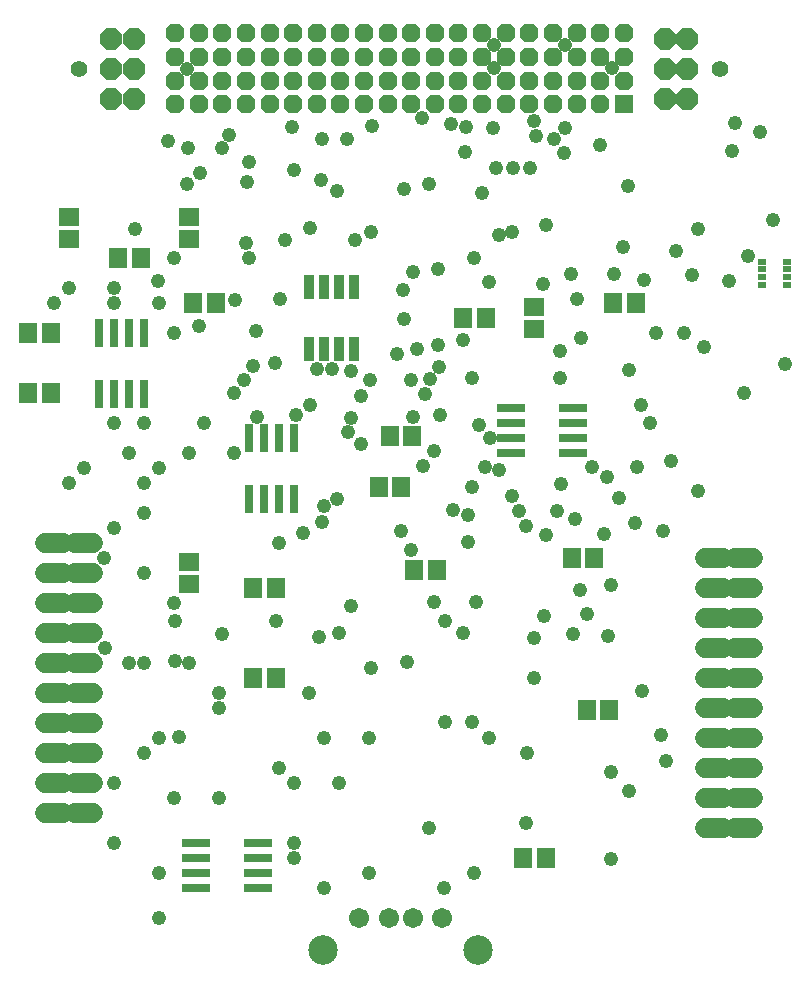
<source format=gts>
G75*
%MOIN*%
%OFA0B0*%
%FSLAX25Y25*%
%IPPOS*%
%LPD*%
%AMOC8*
5,1,8,0,0,1.08239X$1,22.5*
%
%ADD10R,0.03200X0.08300*%
%ADD11C,0.06800*%
%ADD12C,0.05524*%
%ADD13OC8,0.07296*%
%ADD14R,0.06186X0.06186*%
%ADD15OC8,0.06186*%
%ADD16R,0.05918X0.06706*%
%ADD17R,0.06706X0.05918*%
%ADD18R,0.03162X0.09461*%
%ADD19R,0.09461X0.03162*%
%ADD20R,0.02769X0.02178*%
%ADD21C,0.06737*%
%ADD22C,0.09855*%
%ADD23C,0.04762*%
D10*
X0130000Y0245650D03*
X0135000Y0245650D03*
X0140000Y0245650D03*
X0145000Y0245650D03*
X0145000Y0266250D03*
X0140000Y0266250D03*
X0135000Y0266250D03*
X0130000Y0266250D03*
D11*
X0058000Y0180950D02*
X0052000Y0180950D01*
X0048000Y0180950D02*
X0042000Y0180950D01*
X0042000Y0170950D02*
X0048000Y0170950D01*
X0052000Y0170950D02*
X0058000Y0170950D01*
X0058000Y0160950D02*
X0052000Y0160950D01*
X0048000Y0160950D02*
X0042000Y0160950D01*
X0042000Y0150950D02*
X0048000Y0150950D01*
X0052000Y0150950D02*
X0058000Y0150950D01*
X0058000Y0140950D02*
X0052000Y0140950D01*
X0048000Y0140950D02*
X0042000Y0140950D01*
X0042000Y0130950D02*
X0048000Y0130950D01*
X0052000Y0130950D02*
X0058000Y0130950D01*
X0058000Y0120950D02*
X0052000Y0120950D01*
X0048000Y0120950D02*
X0042000Y0120950D01*
X0042000Y0110950D02*
X0048000Y0110950D01*
X0052000Y0110950D02*
X0058000Y0110950D01*
X0058000Y0100950D02*
X0052000Y0100950D01*
X0048000Y0100950D02*
X0042000Y0100950D01*
X0042000Y0090950D02*
X0048000Y0090950D01*
X0052000Y0090950D02*
X0058000Y0090950D01*
X0262000Y0085950D02*
X0268000Y0085950D01*
X0272000Y0085950D02*
X0278000Y0085950D01*
X0278000Y0095950D02*
X0272000Y0095950D01*
X0268000Y0095950D02*
X0262000Y0095950D01*
X0262000Y0105950D02*
X0268000Y0105950D01*
X0272000Y0105950D02*
X0278000Y0105950D01*
X0278000Y0115950D02*
X0272000Y0115950D01*
X0268000Y0115950D02*
X0262000Y0115950D01*
X0262000Y0125950D02*
X0268000Y0125950D01*
X0272000Y0125950D02*
X0278000Y0125950D01*
X0278000Y0135950D02*
X0272000Y0135950D01*
X0268000Y0135950D02*
X0262000Y0135950D01*
X0262000Y0145950D02*
X0268000Y0145950D01*
X0272000Y0145950D02*
X0278000Y0145950D01*
X0278000Y0155950D02*
X0272000Y0155950D01*
X0268000Y0155950D02*
X0262000Y0155950D01*
X0262000Y0165950D02*
X0268000Y0165950D01*
X0272000Y0165950D02*
X0278000Y0165950D01*
X0278000Y0175950D02*
X0272000Y0175950D01*
X0268000Y0175950D02*
X0262000Y0175950D01*
D12*
X0266870Y0338942D03*
X0053130Y0338942D03*
D13*
X0063996Y0339060D03*
X0063996Y0329060D03*
X0071398Y0329060D03*
X0071398Y0339060D03*
X0071398Y0349060D03*
X0063996Y0349060D03*
X0248602Y0349056D03*
X0256004Y0349056D03*
X0256004Y0339056D03*
X0256004Y0329056D03*
X0248602Y0329056D03*
X0248602Y0339056D03*
D14*
X0234803Y0327249D03*
D15*
X0234803Y0335123D03*
X0226929Y0335123D03*
X0226929Y0327249D03*
X0219055Y0327249D03*
X0219055Y0335123D03*
X0211181Y0335123D03*
X0211181Y0327249D03*
X0203307Y0327249D03*
X0195433Y0327249D03*
X0195433Y0335123D03*
X0203307Y0335123D03*
X0203307Y0342997D03*
X0195433Y0342997D03*
X0195433Y0350871D03*
X0203307Y0350871D03*
X0211181Y0350871D03*
X0211181Y0342997D03*
X0219055Y0342997D03*
X0226929Y0342997D03*
X0226929Y0350871D03*
X0219055Y0350871D03*
X0234803Y0350871D03*
X0234803Y0342997D03*
X0187559Y0342997D03*
X0179685Y0342997D03*
X0179685Y0350871D03*
X0187559Y0350871D03*
X0187559Y0335123D03*
X0187559Y0327249D03*
X0179685Y0327249D03*
X0179685Y0335123D03*
X0171811Y0335123D03*
X0171811Y0327249D03*
X0163937Y0327249D03*
X0163937Y0335123D03*
X0156063Y0335123D03*
X0156063Y0327249D03*
X0148189Y0327249D03*
X0148189Y0335123D03*
X0140315Y0335123D03*
X0140315Y0327249D03*
X0132441Y0327249D03*
X0132441Y0335123D03*
X0124567Y0335123D03*
X0124567Y0327249D03*
X0116693Y0327249D03*
X0108819Y0327249D03*
X0108819Y0335123D03*
X0116693Y0335123D03*
X0116693Y0342997D03*
X0124567Y0342997D03*
X0124567Y0350871D03*
X0116693Y0350871D03*
X0108819Y0350871D03*
X0108819Y0342997D03*
X0100945Y0342997D03*
X0093071Y0342997D03*
X0093071Y0350871D03*
X0100945Y0350871D03*
X0100945Y0335123D03*
X0100945Y0327249D03*
X0093071Y0327249D03*
X0093071Y0335123D03*
X0085197Y0335123D03*
X0085197Y0327249D03*
X0085197Y0342997D03*
X0085197Y0350871D03*
X0132441Y0350871D03*
X0132441Y0342997D03*
X0140315Y0342997D03*
X0140315Y0350871D03*
X0148189Y0350871D03*
X0148189Y0342997D03*
X0156063Y0342997D03*
X0156063Y0350871D03*
X0163937Y0350871D03*
X0163937Y0342997D03*
X0171811Y0342997D03*
X0171811Y0350871D03*
D16*
X0231260Y0260950D03*
X0238740Y0260950D03*
X0188740Y0255950D03*
X0181260Y0255950D03*
X0164190Y0216850D03*
X0156710Y0216850D03*
X0153110Y0199825D03*
X0160590Y0199825D03*
X0164910Y0172075D03*
X0172390Y0172075D03*
X0217435Y0176175D03*
X0224915Y0176175D03*
X0222535Y0125500D03*
X0230015Y0125500D03*
X0208740Y0075950D03*
X0201260Y0075950D03*
X0118740Y0135950D03*
X0111260Y0135950D03*
X0111260Y0165950D03*
X0118740Y0165950D03*
X0043740Y0230950D03*
X0036260Y0230950D03*
X0036260Y0250950D03*
X0043740Y0250950D03*
X0066260Y0275950D03*
X0073740Y0275950D03*
X0091260Y0260950D03*
X0098740Y0260950D03*
D17*
X0090000Y0282210D03*
X0090000Y0289690D03*
X0050000Y0289690D03*
X0050000Y0282210D03*
X0090000Y0174690D03*
X0090000Y0167210D03*
X0205000Y0252210D03*
X0205000Y0259690D03*
D18*
X0125000Y0216186D03*
X0120000Y0216186D03*
X0115000Y0216186D03*
X0110000Y0216186D03*
X0110000Y0195714D03*
X0115000Y0195714D03*
X0120000Y0195714D03*
X0125000Y0195714D03*
X0075000Y0230714D03*
X0070000Y0230714D03*
X0065000Y0230714D03*
X0060000Y0230714D03*
X0060000Y0251186D03*
X0065000Y0251186D03*
X0070000Y0251186D03*
X0075000Y0251186D03*
D19*
X0197264Y0225950D03*
X0197264Y0220950D03*
X0197264Y0215950D03*
X0197264Y0210950D03*
X0217736Y0210950D03*
X0217736Y0215950D03*
X0217736Y0220950D03*
X0217736Y0225950D03*
X0112736Y0080950D03*
X0112736Y0075950D03*
X0112736Y0070950D03*
X0112736Y0065950D03*
X0092264Y0065950D03*
X0092264Y0070950D03*
X0092264Y0075950D03*
X0092264Y0080950D03*
D20*
X0280965Y0267111D03*
X0280965Y0269670D03*
X0280965Y0272230D03*
X0280965Y0274789D03*
X0289035Y0274789D03*
X0289035Y0272230D03*
X0289035Y0269670D03*
X0289035Y0267111D03*
D21*
X0174230Y0056142D03*
X0164387Y0056142D03*
X0156513Y0056142D03*
X0146670Y0056142D03*
D22*
X0134584Y0045472D03*
X0186316Y0045472D03*
D23*
X0065000Y0080950D03*
X0080000Y0070950D03*
X0080000Y0055950D03*
X0085000Y0095950D03*
X0075000Y0110950D03*
X0080000Y0115950D03*
X0086375Y0116275D03*
X0100000Y0125950D03*
X0100000Y0130950D03*
X0090000Y0140950D03*
X0085250Y0141700D03*
X0075000Y0140950D03*
X0070000Y0140950D03*
X0061800Y0145950D03*
X0085250Y0155200D03*
X0085000Y0160950D03*
X0075000Y0170950D03*
X0061575Y0175950D03*
X0065000Y0185950D03*
X0075000Y0190950D03*
X0075000Y0200950D03*
X0080000Y0205950D03*
X0090000Y0210950D03*
X0095000Y0220950D03*
X0105000Y0230950D03*
X0108200Y0235525D03*
X0111350Y0240025D03*
X0118425Y0240900D03*
X0112250Y0251725D03*
X0105275Y0262075D03*
X0110000Y0275950D03*
X0108875Y0281200D03*
X0121925Y0282100D03*
X0130025Y0285925D03*
X0139025Y0298525D03*
X0133850Y0302125D03*
X0124775Y0305500D03*
X0134075Y0315625D03*
X0142400Y0315850D03*
X0150725Y0319900D03*
X0167600Y0322600D03*
X0177275Y0320575D03*
X0182225Y0319675D03*
X0182000Y0311350D03*
X0191225Y0319450D03*
X0192350Y0305950D03*
X0197750Y0305950D03*
X0203375Y0305950D03*
X0205400Y0316750D03*
X0204725Y0321700D03*
X0211475Y0315850D03*
X0215075Y0319450D03*
X0215000Y0310950D03*
X0227000Y0313600D03*
X0236225Y0300100D03*
X0234650Y0279850D03*
X0231500Y0270850D03*
X0241625Y0268825D03*
X0252200Y0278500D03*
X0257375Y0270400D03*
X0269750Y0268375D03*
X0276050Y0276700D03*
X0284375Y0288850D03*
X0270725Y0311625D03*
X0271775Y0321025D03*
X0280325Y0318100D03*
X0259400Y0285700D03*
X0255000Y0250950D03*
X0261425Y0246325D03*
X0274850Y0231175D03*
X0288650Y0240700D03*
X0250675Y0208325D03*
X0259625Y0198400D03*
X0247925Y0185125D03*
X0238475Y0187600D03*
X0233300Y0196150D03*
X0229025Y0203125D03*
X0224300Y0206275D03*
X0213950Y0200650D03*
X0212375Y0191650D03*
X0218425Y0188875D03*
X0208775Y0183550D03*
X0202250Y0186700D03*
X0200000Y0191650D03*
X0197525Y0196825D03*
X0193025Y0205375D03*
X0188525Y0206500D03*
X0184250Y0199750D03*
X0177975Y0192075D03*
X0182900Y0190300D03*
X0182900Y0181525D03*
X0163875Y0178700D03*
X0160400Y0185125D03*
X0167825Y0206725D03*
X0171425Y0211675D03*
X0173450Y0223600D03*
X0168500Y0230575D03*
X0170175Y0235725D03*
X0173225Y0239575D03*
X0172775Y0247000D03*
X0165800Y0245650D03*
X0159050Y0244075D03*
X0163775Y0235300D03*
X0164675Y0223150D03*
X0147350Y0229900D03*
X0150050Y0235300D03*
X0143975Y0238450D03*
X0137450Y0238900D03*
X0132500Y0239125D03*
X0130250Y0227200D03*
X0125525Y0223600D03*
X0112475Y0222925D03*
X0105000Y0210950D03*
X0120000Y0180950D03*
X0128000Y0184450D03*
X0134075Y0188050D03*
X0134750Y0193450D03*
X0139250Y0195700D03*
X0147125Y0213925D03*
X0142850Y0217975D03*
X0143750Y0222700D03*
X0161525Y0255775D03*
X0161125Y0265225D03*
X0164675Y0271300D03*
X0173000Y0272425D03*
X0185000Y0275950D03*
X0189875Y0267925D03*
X0193025Y0283675D03*
X0197525Y0284800D03*
X0187625Y0297625D03*
X0169775Y0300725D03*
X0161525Y0298975D03*
X0150400Y0284600D03*
X0145325Y0281875D03*
X0120350Y0262525D03*
X0093125Y0253525D03*
X0085000Y0250950D03*
X0080000Y0260950D03*
X0079625Y0268375D03*
X0085000Y0275950D03*
X0071750Y0285700D03*
X0065000Y0265950D03*
X0065000Y0260950D03*
X0050000Y0265950D03*
X0045000Y0260950D03*
X0065000Y0220950D03*
X0070000Y0210950D03*
X0075000Y0220950D03*
X0055000Y0205950D03*
X0050000Y0200950D03*
X0101000Y0150700D03*
X0119000Y0155200D03*
X0133175Y0149575D03*
X0140000Y0150950D03*
X0143875Y0160050D03*
X0150500Y0139450D03*
X0162425Y0141250D03*
X0175250Y0155200D03*
X0171650Y0161275D03*
X0181125Y0150950D03*
X0185375Y0161275D03*
X0205000Y0149375D03*
X0208100Y0156550D03*
X0218000Y0150700D03*
X0222500Y0157450D03*
X0220025Y0165325D03*
X0230600Y0166900D03*
X0228350Y0184000D03*
X0239150Y0206275D03*
X0243650Y0220900D03*
X0240500Y0227200D03*
X0236450Y0238675D03*
X0245450Y0251050D03*
X0220475Y0249475D03*
X0213500Y0245200D03*
X0213500Y0236200D03*
X0219350Y0262525D03*
X0217325Y0270850D03*
X0207875Y0267250D03*
X0208775Y0287050D03*
X0181325Y0248575D03*
X0184250Y0236200D03*
X0186500Y0220450D03*
X0190100Y0215950D03*
X0229475Y0150025D03*
X0240725Y0131800D03*
X0247250Y0116950D03*
X0248700Y0108525D03*
X0236675Y0098475D03*
X0230550Y0104825D03*
X0230550Y0075725D03*
X0202250Y0087700D03*
X0185000Y0070950D03*
X0175000Y0065950D03*
X0170000Y0085950D03*
X0150000Y0070950D03*
X0135000Y0065950D03*
X0125000Y0075950D03*
X0125000Y0080950D03*
X0125000Y0100950D03*
X0120000Y0105950D03*
X0135000Y0115950D03*
X0150000Y0115950D03*
X0140000Y0100950D03*
X0130000Y0130950D03*
X0100000Y0095950D03*
X0065000Y0100950D03*
X0175250Y0121450D03*
X0184025Y0121450D03*
X0190000Y0115950D03*
X0202475Y0110875D03*
X0205000Y0135950D03*
X0109100Y0301225D03*
X0110000Y0308200D03*
X0101000Y0312700D03*
X0103250Y0317200D03*
X0093575Y0304375D03*
X0089075Y0300775D03*
X0089525Y0312700D03*
X0083000Y0314950D03*
X0089075Y0339025D03*
X0124175Y0319675D03*
X0191450Y0339250D03*
X0191450Y0346900D03*
X0215075Y0346900D03*
X0230825Y0339250D03*
M02*

</source>
